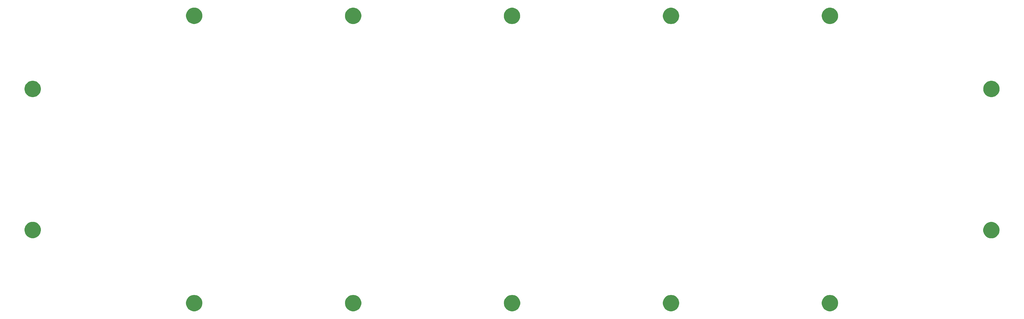
<source format=gbr>
G04 #@! TF.GenerationSoftware,KiCad,Pcbnew,(5.1.4)-1*
G04 #@! TF.CreationDate,2020-03-25T18:45:55-07:00*
G04 #@! TF.ProjectId,frogdor_plates,66726f67-646f-4725-9f70-6c617465732e,rev?*
G04 #@! TF.SameCoordinates,Original*
G04 #@! TF.FileFunction,Soldermask,Top*
G04 #@! TF.FilePolarity,Negative*
%FSLAX46Y46*%
G04 Gerber Fmt 4.6, Leading zero omitted, Abs format (unit mm)*
G04 Created by KiCad (PCBNEW (5.1.4)-1) date 2020-03-25 18:45:55*
%MOMM*%
%LPD*%
G04 APERTURE LIST*
%ADD10C,0.100000*%
G04 APERTURE END LIST*
D10*
G36*
X344059239Y-185761467D02*
G01*
X344373282Y-185823934D01*
X344964926Y-186069001D01*
X345497392Y-186424784D01*
X345950216Y-186877608D01*
X346305999Y-187410074D01*
X346551066Y-188001718D01*
X346551066Y-188001719D01*
X346676000Y-188629803D01*
X346676000Y-189270197D01*
X346613533Y-189584239D01*
X346551066Y-189898282D01*
X346305999Y-190489926D01*
X345950216Y-191022392D01*
X345497392Y-191475216D01*
X344964926Y-191830999D01*
X344373282Y-192076066D01*
X344059239Y-192138533D01*
X343745197Y-192201000D01*
X343104803Y-192201000D01*
X342790761Y-192138533D01*
X342476718Y-192076066D01*
X341885074Y-191830999D01*
X341352608Y-191475216D01*
X340899784Y-191022392D01*
X340544001Y-190489926D01*
X340298934Y-189898282D01*
X340236467Y-189584239D01*
X340174000Y-189270197D01*
X340174000Y-188629803D01*
X340298934Y-188001719D01*
X340298934Y-188001718D01*
X340544001Y-187410074D01*
X340899784Y-186877608D01*
X341352608Y-186424784D01*
X341885074Y-186069001D01*
X342476718Y-185823934D01*
X342790761Y-185761467D01*
X343104803Y-185699000D01*
X343745197Y-185699000D01*
X344059239Y-185761467D01*
X344059239Y-185761467D01*
G37*
G36*
X407234239Y-185761467D02*
G01*
X407548282Y-185823934D01*
X408139926Y-186069001D01*
X408672392Y-186424784D01*
X409125216Y-186877608D01*
X409480999Y-187410074D01*
X409726066Y-188001718D01*
X409726066Y-188001719D01*
X409851000Y-188629803D01*
X409851000Y-189270197D01*
X409788533Y-189584239D01*
X409726066Y-189898282D01*
X409480999Y-190489926D01*
X409125216Y-191022392D01*
X408672392Y-191475216D01*
X408139926Y-191830999D01*
X407548282Y-192076066D01*
X407234239Y-192138533D01*
X406920197Y-192201000D01*
X406279803Y-192201000D01*
X405965761Y-192138533D01*
X405651718Y-192076066D01*
X405060074Y-191830999D01*
X404527608Y-191475216D01*
X404074784Y-191022392D01*
X403719001Y-190489926D01*
X403473934Y-189898282D01*
X403411467Y-189584239D01*
X403349000Y-189270197D01*
X403349000Y-188629803D01*
X403473934Y-188001719D01*
X403473934Y-188001718D01*
X403719001Y-187410074D01*
X404074784Y-186877608D01*
X404527608Y-186424784D01*
X405060074Y-186069001D01*
X405651718Y-185823934D01*
X405965761Y-185761467D01*
X406279803Y-185699000D01*
X406920197Y-185699000D01*
X407234239Y-185761467D01*
X407234239Y-185761467D01*
G37*
G36*
X280884239Y-185761467D02*
G01*
X281198282Y-185823934D01*
X281789926Y-186069001D01*
X282322392Y-186424784D01*
X282775216Y-186877608D01*
X283130999Y-187410074D01*
X283376066Y-188001718D01*
X283376066Y-188001719D01*
X283501000Y-188629803D01*
X283501000Y-189270197D01*
X283438533Y-189584239D01*
X283376066Y-189898282D01*
X283130999Y-190489926D01*
X282775216Y-191022392D01*
X282322392Y-191475216D01*
X281789926Y-191830999D01*
X281198282Y-192076066D01*
X280884239Y-192138533D01*
X280570197Y-192201000D01*
X279929803Y-192201000D01*
X279615761Y-192138533D01*
X279301718Y-192076066D01*
X278710074Y-191830999D01*
X278177608Y-191475216D01*
X277724784Y-191022392D01*
X277369001Y-190489926D01*
X277123934Y-189898282D01*
X277061467Y-189584239D01*
X276999000Y-189270197D01*
X276999000Y-188629803D01*
X277123934Y-188001719D01*
X277123934Y-188001718D01*
X277369001Y-187410074D01*
X277724784Y-186877608D01*
X278177608Y-186424784D01*
X278710074Y-186069001D01*
X279301718Y-185823934D01*
X279615761Y-185761467D01*
X279929803Y-185699000D01*
X280570197Y-185699000D01*
X280884239Y-185761467D01*
X280884239Y-185761467D01*
G37*
G36*
X217709239Y-185761467D02*
G01*
X218023282Y-185823934D01*
X218614926Y-186069001D01*
X219147392Y-186424784D01*
X219600216Y-186877608D01*
X219955999Y-187410074D01*
X220201066Y-188001718D01*
X220201066Y-188001719D01*
X220326000Y-188629803D01*
X220326000Y-189270197D01*
X220263533Y-189584239D01*
X220201066Y-189898282D01*
X219955999Y-190489926D01*
X219600216Y-191022392D01*
X219147392Y-191475216D01*
X218614926Y-191830999D01*
X218023282Y-192076066D01*
X217709239Y-192138533D01*
X217395197Y-192201000D01*
X216754803Y-192201000D01*
X216440761Y-192138533D01*
X216126718Y-192076066D01*
X215535074Y-191830999D01*
X215002608Y-191475216D01*
X214549784Y-191022392D01*
X214194001Y-190489926D01*
X213948934Y-189898282D01*
X213886467Y-189584239D01*
X213824000Y-189270197D01*
X213824000Y-188629803D01*
X213948934Y-188001719D01*
X213948934Y-188001718D01*
X214194001Y-187410074D01*
X214549784Y-186877608D01*
X215002608Y-186424784D01*
X215535074Y-186069001D01*
X216126718Y-185823934D01*
X216440761Y-185761467D01*
X216754803Y-185699000D01*
X217395197Y-185699000D01*
X217709239Y-185761467D01*
X217709239Y-185761467D01*
G37*
G36*
X154509239Y-185761467D02*
G01*
X154823282Y-185823934D01*
X155414926Y-186069001D01*
X155947392Y-186424784D01*
X156400216Y-186877608D01*
X156755999Y-187410074D01*
X157001066Y-188001718D01*
X157001066Y-188001719D01*
X157126000Y-188629803D01*
X157126000Y-189270197D01*
X157063533Y-189584239D01*
X157001066Y-189898282D01*
X156755999Y-190489926D01*
X156400216Y-191022392D01*
X155947392Y-191475216D01*
X155414926Y-191830999D01*
X154823282Y-192076066D01*
X154509239Y-192138533D01*
X154195197Y-192201000D01*
X153554803Y-192201000D01*
X153240761Y-192138533D01*
X152926718Y-192076066D01*
X152335074Y-191830999D01*
X151802608Y-191475216D01*
X151349784Y-191022392D01*
X150994001Y-190489926D01*
X150748934Y-189898282D01*
X150686467Y-189584239D01*
X150624000Y-189270197D01*
X150624000Y-188629803D01*
X150748934Y-188001719D01*
X150748934Y-188001718D01*
X150994001Y-187410074D01*
X151349784Y-186877608D01*
X151802608Y-186424784D01*
X152335074Y-186069001D01*
X152926718Y-185823934D01*
X153240761Y-185761467D01*
X153554803Y-185699000D01*
X154195197Y-185699000D01*
X154509239Y-185761467D01*
X154509239Y-185761467D01*
G37*
G36*
X471409239Y-156686467D02*
G01*
X471723282Y-156748934D01*
X472314926Y-156994001D01*
X472847392Y-157349784D01*
X473300216Y-157802608D01*
X473655999Y-158335074D01*
X473901066Y-158926718D01*
X473901066Y-158926719D01*
X474026000Y-159554803D01*
X474026000Y-160195197D01*
X473963533Y-160509239D01*
X473901066Y-160823282D01*
X473655999Y-161414926D01*
X473300216Y-161947392D01*
X472847392Y-162400216D01*
X472314926Y-162755999D01*
X471723282Y-163001066D01*
X471409239Y-163063533D01*
X471095197Y-163126000D01*
X470454803Y-163126000D01*
X470140761Y-163063533D01*
X469826718Y-163001066D01*
X469235074Y-162755999D01*
X468702608Y-162400216D01*
X468249784Y-161947392D01*
X467894001Y-161414926D01*
X467648934Y-160823282D01*
X467586467Y-160509239D01*
X467524000Y-160195197D01*
X467524000Y-159554803D01*
X467648934Y-158926719D01*
X467648934Y-158926718D01*
X467894001Y-158335074D01*
X468249784Y-157802608D01*
X468702608Y-157349784D01*
X469235074Y-156994001D01*
X469826718Y-156748934D01*
X470140761Y-156686467D01*
X470454803Y-156624000D01*
X471095197Y-156624000D01*
X471409239Y-156686467D01*
X471409239Y-156686467D01*
G37*
G36*
X90246563Y-156624000D02*
G01*
X90623282Y-156698934D01*
X91214926Y-156944001D01*
X91747392Y-157299784D01*
X92200216Y-157752608D01*
X92555999Y-158285074D01*
X92801066Y-158876718D01*
X92811012Y-158926719D01*
X92926000Y-159504803D01*
X92926000Y-160145197D01*
X92890036Y-160326000D01*
X92801066Y-160773282D01*
X92555999Y-161364926D01*
X92200216Y-161897392D01*
X91747392Y-162350216D01*
X91214926Y-162705999D01*
X90623282Y-162951066D01*
X90371915Y-163001066D01*
X89995197Y-163076000D01*
X89354803Y-163076000D01*
X88978085Y-163001066D01*
X88726718Y-162951066D01*
X88135074Y-162705999D01*
X87602608Y-162350216D01*
X87149784Y-161897392D01*
X86794001Y-161364926D01*
X86548934Y-160773282D01*
X86459964Y-160326000D01*
X86424000Y-160145197D01*
X86424000Y-159504803D01*
X86538988Y-158926719D01*
X86548934Y-158876718D01*
X86794001Y-158285074D01*
X87149784Y-157752608D01*
X87602608Y-157299784D01*
X88135074Y-156944001D01*
X88726718Y-156698934D01*
X89103437Y-156624000D01*
X89354803Y-156574000D01*
X89995197Y-156574000D01*
X90246563Y-156624000D01*
X90246563Y-156624000D01*
G37*
G36*
X90309239Y-100436467D02*
G01*
X90623282Y-100498934D01*
X91214926Y-100744001D01*
X91747392Y-101099784D01*
X92200216Y-101552608D01*
X92555999Y-102085074D01*
X92801066Y-102676718D01*
X92801066Y-102676719D01*
X92926000Y-103304803D01*
X92926000Y-103945197D01*
X92863533Y-104259239D01*
X92801066Y-104573282D01*
X92555999Y-105164926D01*
X92200216Y-105697392D01*
X91747392Y-106150216D01*
X91214926Y-106505999D01*
X90623282Y-106751066D01*
X90309239Y-106813533D01*
X89995197Y-106876000D01*
X89354803Y-106876000D01*
X89040761Y-106813533D01*
X88726718Y-106751066D01*
X88135074Y-106505999D01*
X87602608Y-106150216D01*
X87149784Y-105697392D01*
X86794001Y-105164926D01*
X86548934Y-104573282D01*
X86486467Y-104259239D01*
X86424000Y-103945197D01*
X86424000Y-103304803D01*
X86548934Y-102676719D01*
X86548934Y-102676718D01*
X86794001Y-102085074D01*
X87149784Y-101552608D01*
X87602608Y-101099784D01*
X88135074Y-100744001D01*
X88726718Y-100498934D01*
X89040761Y-100436467D01*
X89354803Y-100374000D01*
X89995197Y-100374000D01*
X90309239Y-100436467D01*
X90309239Y-100436467D01*
G37*
G36*
X471434239Y-100436467D02*
G01*
X471748282Y-100498934D01*
X472339926Y-100744001D01*
X472872392Y-101099784D01*
X473325216Y-101552608D01*
X473680999Y-102085074D01*
X473926066Y-102676718D01*
X473926066Y-102676719D01*
X474051000Y-103304803D01*
X474051000Y-103945197D01*
X473988533Y-104259239D01*
X473926066Y-104573282D01*
X473680999Y-105164926D01*
X473325216Y-105697392D01*
X472872392Y-106150216D01*
X472339926Y-106505999D01*
X471748282Y-106751066D01*
X471434239Y-106813533D01*
X471120197Y-106876000D01*
X470479803Y-106876000D01*
X470165761Y-106813533D01*
X469851718Y-106751066D01*
X469260074Y-106505999D01*
X468727608Y-106150216D01*
X468274784Y-105697392D01*
X467919001Y-105164926D01*
X467673934Y-104573282D01*
X467611467Y-104259239D01*
X467549000Y-103945197D01*
X467549000Y-103304803D01*
X467673934Y-102676719D01*
X467673934Y-102676718D01*
X467919001Y-102085074D01*
X468274784Y-101552608D01*
X468727608Y-101099784D01*
X469260074Y-100744001D01*
X469851718Y-100498934D01*
X470165761Y-100436467D01*
X470479803Y-100374000D01*
X471120197Y-100374000D01*
X471434239Y-100436467D01*
X471434239Y-100436467D01*
G37*
G36*
X280859239Y-71336467D02*
G01*
X281173282Y-71398934D01*
X281764926Y-71644001D01*
X282165073Y-71911371D01*
X282297391Y-71999783D01*
X282750217Y-72452609D01*
X282798367Y-72524671D01*
X283105999Y-72985074D01*
X283340711Y-73551719D01*
X283351066Y-73576719D01*
X283476000Y-74204803D01*
X283476000Y-74845197D01*
X283413533Y-75159239D01*
X283351066Y-75473282D01*
X283105999Y-76064926D01*
X282842318Y-76459552D01*
X282750661Y-76596727D01*
X282750216Y-76597392D01*
X282297392Y-77050216D01*
X281764926Y-77405999D01*
X281173282Y-77651066D01*
X280859239Y-77713533D01*
X280545197Y-77776000D01*
X279904803Y-77776000D01*
X279590761Y-77713533D01*
X279276718Y-77651066D01*
X278685074Y-77405999D01*
X278152608Y-77050216D01*
X277699784Y-76597392D01*
X277699340Y-76596727D01*
X277607682Y-76459552D01*
X277344001Y-76064926D01*
X277098934Y-75473282D01*
X277036467Y-75159239D01*
X276974000Y-74845197D01*
X276974000Y-74204803D01*
X277098934Y-73576719D01*
X277109289Y-73551719D01*
X277344001Y-72985074D01*
X277651633Y-72524671D01*
X277699783Y-72452609D01*
X278152609Y-71999783D01*
X278284927Y-71911371D01*
X278685074Y-71644001D01*
X279276718Y-71398934D01*
X279590761Y-71336467D01*
X279904803Y-71274000D01*
X280545197Y-71274000D01*
X280859239Y-71336467D01*
X280859239Y-71336467D01*
G37*
G36*
X344059239Y-71336467D02*
G01*
X344373282Y-71398934D01*
X344964926Y-71644001D01*
X345365073Y-71911371D01*
X345497391Y-71999783D01*
X345950217Y-72452609D01*
X345998367Y-72524671D01*
X346305999Y-72985074D01*
X346540711Y-73551719D01*
X346551066Y-73576719D01*
X346676000Y-74204803D01*
X346676000Y-74845197D01*
X346613533Y-75159239D01*
X346551066Y-75473282D01*
X346305999Y-76064926D01*
X346042318Y-76459552D01*
X345950661Y-76596727D01*
X345950216Y-76597392D01*
X345497392Y-77050216D01*
X344964926Y-77405999D01*
X344373282Y-77651066D01*
X344059239Y-77713533D01*
X343745197Y-77776000D01*
X343104803Y-77776000D01*
X342790761Y-77713533D01*
X342476718Y-77651066D01*
X341885074Y-77405999D01*
X341352608Y-77050216D01*
X340899784Y-76597392D01*
X340899340Y-76596727D01*
X340807682Y-76459552D01*
X340544001Y-76064926D01*
X340298934Y-75473282D01*
X340236467Y-75159239D01*
X340174000Y-74845197D01*
X340174000Y-74204803D01*
X340298934Y-73576719D01*
X340309289Y-73551719D01*
X340544001Y-72985074D01*
X340851633Y-72524671D01*
X340899783Y-72452609D01*
X341352609Y-71999783D01*
X341484927Y-71911371D01*
X341885074Y-71644001D01*
X342476718Y-71398934D01*
X342790761Y-71336467D01*
X343104803Y-71274000D01*
X343745197Y-71274000D01*
X344059239Y-71336467D01*
X344059239Y-71336467D01*
G37*
G36*
X217520880Y-71274000D02*
G01*
X218023282Y-71373934D01*
X218614926Y-71619001D01*
X219015073Y-71886371D01*
X219147391Y-71974783D01*
X219600217Y-72427609D01*
X219648367Y-72499671D01*
X219955999Y-72960074D01*
X220190711Y-73526719D01*
X220201066Y-73551719D01*
X220326000Y-74179803D01*
X220326000Y-74820197D01*
X220298456Y-74958668D01*
X220201066Y-75448282D01*
X219955999Y-76039926D01*
X219691561Y-76435685D01*
X219600217Y-76572391D01*
X219147391Y-77025217D01*
X219052488Y-77088629D01*
X218614926Y-77380999D01*
X218023282Y-77626066D01*
X217897598Y-77651066D01*
X217395197Y-77751000D01*
X216754803Y-77751000D01*
X216252402Y-77651066D01*
X216126718Y-77626066D01*
X215535074Y-77380999D01*
X215097512Y-77088629D01*
X215002609Y-77025217D01*
X214549783Y-76572391D01*
X214458439Y-76435685D01*
X214194001Y-76039926D01*
X213948934Y-75448282D01*
X213851544Y-74958668D01*
X213824000Y-74820197D01*
X213824000Y-74179803D01*
X213948934Y-73551719D01*
X213959289Y-73526719D01*
X214194001Y-72960074D01*
X214501633Y-72499671D01*
X214549783Y-72427609D01*
X215002609Y-71974783D01*
X215134927Y-71886371D01*
X215535074Y-71619001D01*
X216126718Y-71373934D01*
X216629120Y-71274000D01*
X216754803Y-71249000D01*
X217395197Y-71249000D01*
X217520880Y-71274000D01*
X217520880Y-71274000D01*
G37*
G36*
X407045880Y-71274000D02*
G01*
X407548282Y-71373934D01*
X408139926Y-71619001D01*
X408540073Y-71886371D01*
X408672391Y-71974783D01*
X409125217Y-72427609D01*
X409173367Y-72499671D01*
X409480999Y-72960074D01*
X409715711Y-73526719D01*
X409726066Y-73551719D01*
X409851000Y-74179803D01*
X409851000Y-74820197D01*
X409823456Y-74958668D01*
X409726066Y-75448282D01*
X409480999Y-76039926D01*
X409216561Y-76435685D01*
X409125217Y-76572391D01*
X408672391Y-77025217D01*
X408577488Y-77088629D01*
X408139926Y-77380999D01*
X407548282Y-77626066D01*
X407422598Y-77651066D01*
X406920197Y-77751000D01*
X406279803Y-77751000D01*
X405777402Y-77651066D01*
X405651718Y-77626066D01*
X405060074Y-77380999D01*
X404622512Y-77088629D01*
X404527609Y-77025217D01*
X404074783Y-76572391D01*
X403983439Y-76435685D01*
X403719001Y-76039926D01*
X403473934Y-75448282D01*
X403376544Y-74958668D01*
X403349000Y-74820197D01*
X403349000Y-74179803D01*
X403473934Y-73551719D01*
X403484289Y-73526719D01*
X403719001Y-72960074D01*
X404026633Y-72499671D01*
X404074783Y-72427609D01*
X404527609Y-71974783D01*
X404659927Y-71886371D01*
X405060074Y-71619001D01*
X405651718Y-71373934D01*
X406154120Y-71274000D01*
X406279803Y-71249000D01*
X406920197Y-71249000D01*
X407045880Y-71274000D01*
X407045880Y-71274000D01*
G37*
G36*
X154320880Y-71249000D02*
G01*
X154823282Y-71348934D01*
X155414926Y-71594001D01*
X155704523Y-71787504D01*
X155947391Y-71949783D01*
X156400217Y-72402609D01*
X156416921Y-72427609D01*
X156755999Y-72935074D01*
X157001066Y-73526718D01*
X157011012Y-73576719D01*
X157126000Y-74154803D01*
X157126000Y-74795197D01*
X157090036Y-74976000D01*
X157001066Y-75423282D01*
X156755999Y-76014926D01*
X156508265Y-76385685D01*
X156400217Y-76547391D01*
X155947391Y-77000217D01*
X155872562Y-77050216D01*
X155414926Y-77355999D01*
X154823282Y-77601066D01*
X154697598Y-77626066D01*
X154195197Y-77726000D01*
X153554803Y-77726000D01*
X153052402Y-77626066D01*
X152926718Y-77601066D01*
X152335074Y-77355999D01*
X151877438Y-77050216D01*
X151802609Y-77000217D01*
X151349783Y-76547391D01*
X151241735Y-76385685D01*
X150994001Y-76014926D01*
X150748934Y-75423282D01*
X150659964Y-74976000D01*
X150624000Y-74795197D01*
X150624000Y-74154803D01*
X150738988Y-73576719D01*
X150748934Y-73526718D01*
X150994001Y-72935074D01*
X151333079Y-72427609D01*
X151349783Y-72402609D01*
X151802609Y-71949783D01*
X152045477Y-71787504D01*
X152335074Y-71594001D01*
X152926718Y-71348934D01*
X153429120Y-71249000D01*
X153554803Y-71224000D01*
X154195197Y-71224000D01*
X154320880Y-71249000D01*
X154320880Y-71249000D01*
G37*
M02*

</source>
